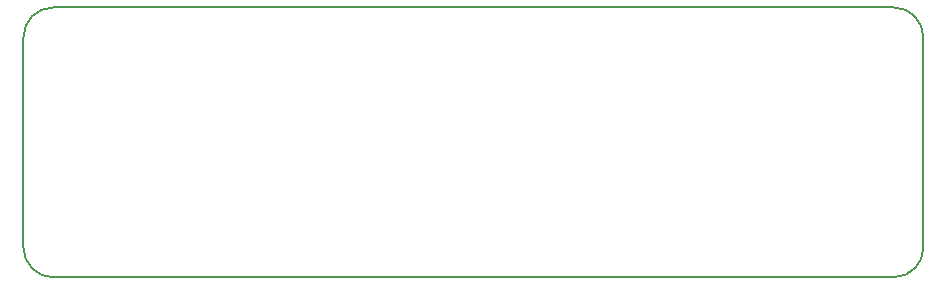
<source format=gbr>
G04 #@! TF.FileFunction,Profile,NP*
%FSLAX46Y46*%
G04 Gerber Fmt 4.6, Leading zero omitted, Abs format (unit mm)*
G04 Created by KiCad (PCBNEW 4.0.7) date 02/21/19 10:09:24*
%MOMM*%
%LPD*%
G01*
G04 APERTURE LIST*
%ADD10C,0.100000*%
%ADD11C,0.150000*%
G04 APERTURE END LIST*
D10*
D11*
X182880000Y-116840000D02*
G75*
G03X185420000Y-114300000I0J2540000D01*
G01*
X109220000Y-114300000D02*
G75*
G03X111760000Y-116840000I2540000J0D01*
G01*
X111760000Y-93980000D02*
G75*
G03X109220000Y-96520000I0J-2540000D01*
G01*
X185420000Y-96520000D02*
G75*
G03X182880000Y-93980000I-2540000J0D01*
G01*
X109220000Y-114300000D02*
X109220000Y-96520000D01*
X182880000Y-116840000D02*
X111760000Y-116840000D01*
X185420000Y-96520000D02*
X185420000Y-114300000D01*
X111760000Y-93980000D02*
X182880000Y-93980000D01*
M02*

</source>
